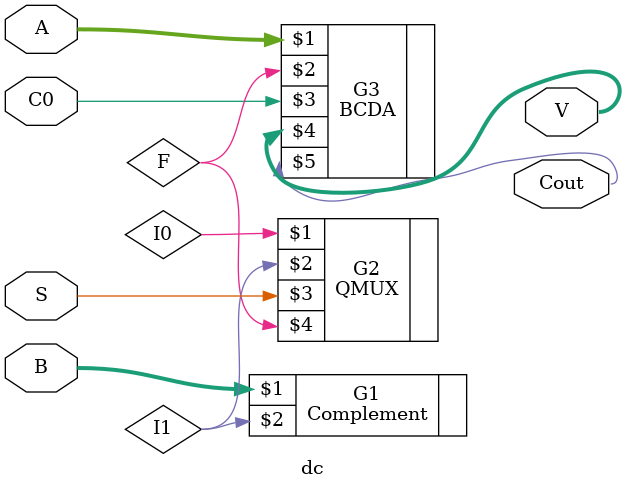
<source format=v>
module dc(A,B,S,C0,V,Cout);
input [3:0] B,A;
input S,C0;
output Cout;
output[3:0]V;
Complement G1(B,I1);
QMUX G2(I0,I1,S,F);
BCDA G3(A,F,C0,V,Cout);
endmodule

</source>
